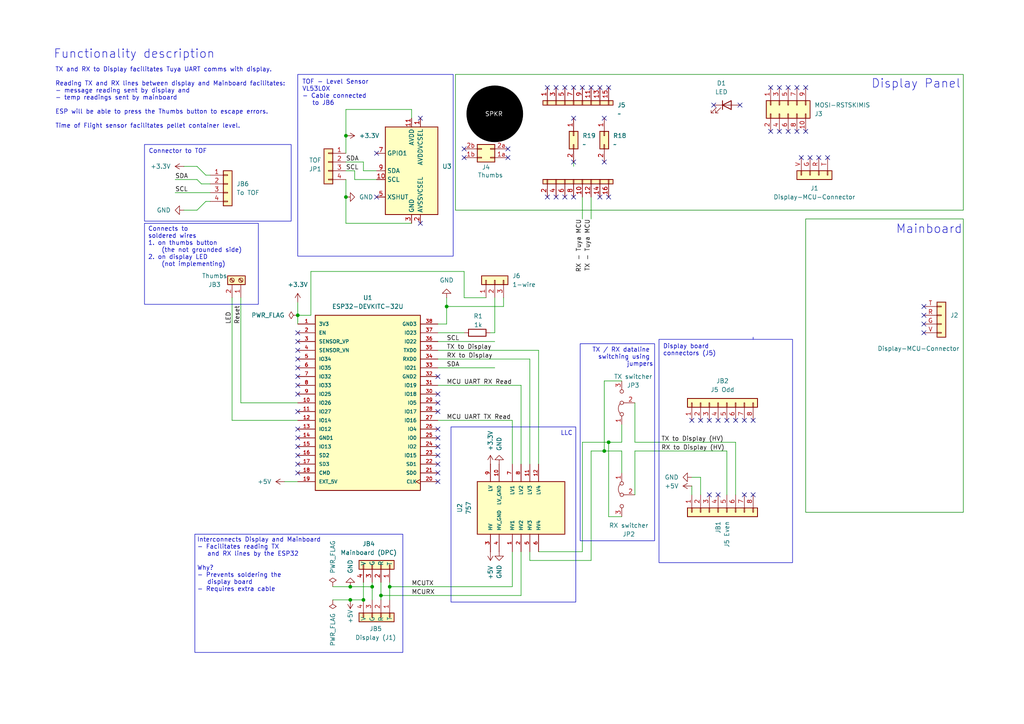
<source format=kicad_sch>
(kicad_sch (version 20231120) (generator "eeschema") (generator_version "8.0")
  (paper "A4")
  (title_block (title "ESP32 Pellet Stove board") (date "2024-09-27") (rev "v0.9") (company "PITCon.nl") (comment 1 "ESP32 PCB for pellet stove communication"))
  (lib_symbols
    (symbol "4ch-LLC:757" (pin_names (offset 1.016))
      (property "Reference" "U2" (at 0 17.78 0))
      (property "Value" "757" (at 0 15.24 0))
      (symbol "757_0_0"
        (rectangle (start -7.62 12.7) (end 7.62 -12.7) (stroke (width 0.254)) (fill (type background)))
      )
      (symbol "757_1_0"
        (pin passive line (at -12.7 2.54 0) (length 5.08) (name "HV1") (number "1"))
        (pin power_in line (at 12.7 6.35 180) (length 5.08) (name "LV_GND") (number "10"))
        (pin passive line (at 12.7 -2.54 180) (length 5.08) (name "LV3") (number "11"))
        (pin passive line (at 12.7 -5.08 180) (length 5.08) (name "LV4") (number "12"))
        (pin passive line (at -12.7 0 0) (length 5.08) (name "HV2") (number "2"))
        (pin power_in line (at -12.7 8.89 0) (length 5.08) (name "HV") (number "3"))
        (pin power_in line (at -12.7 6.35 0) (length 5.08) (name "HV_GND") (number "4"))
        (pin passive line (at -12.7 -2.54 0) (length 5.08) (name "HV3") (number "5"))
        (pin passive line (at -12.7 -5.08 0) (length 5.08) (name "HV4") (number "6"))
        (pin passive line (at 12.7 2.54 180) (length 5.08) (name "LV1") (number "7"))
        (pin passive line (at 12.7 0 180) (length 5.08) (name "LV2") (number "8"))
        (pin power_in line (at 12.7 8.89 180) (length 5.08) (name "LV") (number "9"))
      )
    )
    (symbol "Conn_01x04_1" (pin_names (offset 1.016))
      (property "Reference" "JB4" (at 6.096 -3.556 90))
      (property "Value" "Mainboard (DPC)" (at 3.556 -3.556 90))
      (symbol "Conn_01x04_1_1_1"
        (rectangle (start -1.27 -4.953) (end 0 -5.207) (stroke (width 0.1524)))
        (rectangle (start -1.27 -2.413) (end 0 -2.667) (stroke (width 0.1524)))
        (rectangle (start -1.27 0.127) (end 0 -0.127) (stroke (width 0.1524)))
        (rectangle (start -1.27 2.667) (end 0 2.413) (stroke (width 0.1524)))
        (rectangle (start -1.27 3.81) (end 1.27 -6.35) (stroke (width 0.254)) (fill (type background)))
        (pin passive line (at -5.08 2.54 0) (length 3.81) (name "T") (number "1"))
        (pin passive line (at -5.08 0 0) (length 3.81) (name "R") (number "2"))
        (pin passive line (at -5.08 -2.54 0) (length 3.81) (name "G") (number "3"))
        (pin passive line (at -5.08 -5.08 0) (length 3.81) (name "V") (number "4"))
      )
    )
    (symbol "Conn_01x04_2" (pin_names (offset 1.016))
      (property "Reference" "JB5" (at 3.302 -1.524 90))
      (property "Value" "Display (J1)" (at 5.842 -1.524 90))
      (symbol "Conn_01x04_2_1_1"
        (rectangle (start -1.27 -4.953) (end 0 -5.207) (stroke (width 0.1524)))
        (rectangle (start -1.27 -2.413) (end 0 -2.667) (stroke (width 0.1524)))
        (rectangle (start -1.27 0.127) (end 0 -0.127) (stroke (width 0.1524)))
        (rectangle (start -1.27 2.667) (end 0 2.413) (stroke (width 0.1524)))
        (rectangle (start -1.27 3.81) (end 1.27 -6.35) (stroke (width 0.254)) (fill (type background)))
        (pin passive line (at -5.08 2.54 0) (length 3.81) (name "T") (number "1"))
        (pin passive line (at -5.08 0 0) (length 3.81) (name "R") (number "2"))
        (pin passive line (at -5.08 -2.54 0) (length 3.81) (name "G") (number "3"))
        (pin passive line (at -5.08 -5.08 0) (length 3.81) (name "V") (number "4"))
      )
    )
    (symbol "Conn_01x04_3" (pin_names (offset 1.016) hide)
      (property "Reference" "J" (at 0 5.08 0))
      (property "Value" "Conn_01x04" (at 0 -7.62 0))
      (symbol "Conn_01x04_3_1_1"
        (rectangle (start -1.27 -4.953) (end 0 -5.207) (stroke (width 0.1524)))
        (rectangle (start -1.27 -2.413) (end 0 -2.667) (stroke (width 0.1524)))
        (rectangle (start -1.27 0.127) (end 0 -0.127) (stroke (width 0.1524)))
        (rectangle (start -1.27 2.667) (end 0 2.413) (stroke (width 0.1524)))
        (rectangle (start -1.27 3.81) (end 1.27 -6.35) (stroke (width 0.254)) (fill (type background)))
        (pin passive line (at -5.08 2.54 0) (length 3.81) (name "Pin_1") (number "1"))
        (pin passive line (at -5.08 0 0) (length 3.81) (name "Pin_2") (number "2"))
        (pin passive line (at -5.08 -2.54 0) (length 3.81) (name "Pin_3") (number "3"))
        (pin passive line (at -5.08 -5.08 0) (length 3.81) (name "Pin_4") (number "4"))
      )
    )
    (symbol "Connector:Screw_Terminal_01x02" (pin_names (offset 1.016) hide)
      (property "Reference" "J" (at 0 2.54 0))
      (property "Value" "Screw_Terminal_01x02" (at 0 -5.08 0))
      (symbol "Screw_Terminal_01x02_1_1"
        (rectangle (start -1.27 1.27) (end 1.27 -3.81) (stroke (width 0.254)) (fill (type background)))
        (circle (center 0 -2.54) (radius 0.635) (stroke (width 0.1524)))
        (polyline (pts (xy -0.5334 -2.2098) (xy 0.3302 -3.048)) (stroke (width 0.1524)))
        (polyline (pts (xy -0.5334 0.3302) (xy 0.3302 -0.508)) (stroke (width 0.1524)))
        (polyline (pts (xy -0.3556 -2.032) (xy 0.508 -2.8702)) (stroke (width 0.1524)))
        (polyline (pts (xy -0.3556 0.508) (xy 0.508 -0.3302)) (stroke (width 0.1524)))
        (circle (center 0 0) (radius 0.635) (stroke (width 0.1524)))
        (pin passive line (at -5.08 0 0) (length 3.81) (name "Pin_1") (number "1"))
        (pin passive line (at -5.08 -2.54 0) (length 3.81) (name "Pin_2") (number "2"))
      )
    )
    (symbol "Connector_Generic:Conn_01x03" (pin_names (offset 1.016) hide)
      (property "Reference" "J" (at 0 5.08 0))
      (property "Value" "Conn_01x03" (at 0 -5.08 0))
      (symbol "Conn_01x03_1_1"
        (rectangle (start -1.27 -2.413) (end 0 -2.667) (stroke (width 0.1524)))
        (rectangle (start -1.27 0.127) (end 0 -0.127) (stroke (width 0.1524)))
        (rectangle (start -1.27 2.667) (end 0 2.413) (stroke (width 0.1524)))
        (rectangle (start -1.27 3.81) (end 1.27 -3.81) (stroke (width 0.254)) (fill (type background)))
        (pin passive line (at -5.08 2.54 0) (length 3.81) (name "Pin_1") (number "1"))
        (pin passive line (at -5.08 0 0) (length 3.81) (name "Pin_2") (number "2"))
        (pin passive line (at -5.08 -2.54 0) (length 3.81) (name "Pin_3") (number "3"))
      )
    )
    (symbol "Connector_Generic:Conn_01x04" (pin_names (offset 1.016) hide)
      (property "Reference" "J1" (at 2.54 0.0001 0))
      (property "Value" "DisplayConnector" (at 2.54 -2.5399 0))
      (symbol "Conn_01x04_1_1"
        (rectangle (start -1.27 -4.953) (end 0 -5.207) (stroke (width 0.1524)))
        (rectangle (start -1.27 -2.413) (end 0 -2.667) (stroke (width 0.1524)))
        (rectangle (start -1.27 0.127) (end 0 -0.127) (stroke (width 0.1524)))
        (rectangle (start -1.27 2.667) (end 0 2.413) (stroke (width 0.1524)))
        (rectangle (start -1.27 3.81) (end 1.27 -6.35) (stroke (width 0.254)) (fill (type background)))
        (pin passive line (at -5.08 -2.54 0) (length 3.81) (name "Pin_3") (number "G"))
        (pin passive line (at -5.08 0 0) (length 3.81) (name "Pin_2") (number "R"))
        (pin passive line (at -5.08 2.54 0) (length 3.81) (name "Pin_1") (number "T"))
        (pin passive line (at -5.08 -5.08 0) (length 3.81) (name "Pin_4") (number "V"))
      )
    )
    (symbol "Connector_Generic:Conn_01x08" (pin_names (offset 1.016) hide)
      (property "Reference" "J" (at 0 10.16 0))
      (property "Value" "Conn_01x08" (at 0 -12.7 0))
      (symbol "Conn_01x08_1_1"
        (rectangle (start -1.27 -10.033) (end 0 -10.287) (stroke (width 0.1524)))
        (rectangle (start -1.27 -7.493) (end 0 -7.747) (stroke (width 0.1524)))
        (rectangle (start -1.27 -4.953) (end 0 -5.207) (stroke (width 0.1524)))
        (rectangle (start -1.27 -2.413) (end 0 -2.667) (stroke (width 0.1524)))
        (rectangle (start -1.27 0.127) (end 0 -0.127) (stroke (width 0.1524)))
        (rectangle (start -1.27 2.667) (end 0 2.413) (stroke (width 0.1524)))
        (rectangle (start -1.27 5.207) (end 0 4.953) (stroke (width 0.1524)))
        (rectangle (start -1.27 7.747) (end 0 7.493) (stroke (width 0.1524)))
        (rectangle (start -1.27 8.89) (end 1.27 -11.43) (stroke (width 0.254)) (fill (type background)))
        (pin passive line (at -5.08 7.62 0) (length 3.81) (name "Pin_1") (number "1"))
        (pin passive line (at -5.08 5.08 0) (length 3.81) (name "Pin_2") (number "2"))
        (pin passive line (at -5.08 2.54 0) (length 3.81) (name "Pin_3") (number "3"))
        (pin passive line (at -5.08 0 0) (length 3.81) (name "Pin_4") (number "4"))
        (pin passive line (at -5.08 -2.54 0) (length 3.81) (name "Pin_5") (number "5"))
        (pin passive line (at -5.08 -5.08 0) (length 3.81) (name "Pin_6") (number "6"))
        (pin passive line (at -5.08 -7.62 0) (length 3.81) (name "Pin_7") (number "7"))
        (pin passive line (at -5.08 -10.16 0) (length 3.81) (name "Pin_8") (number "8"))
      )
    )
    (symbol "Connector_Generic:Conn_02x01" (pin_names (offset 1.016) hide)
      (property "Reference" "J" (at 1.27 2.54 0))
      (property "Value" "Conn_02x01" (at 1.27 -2.54 0))
      (symbol "Conn_02x01_1_1"
        (rectangle (start -1.27 0.127) (end 0 -0.127) (stroke (width 0.1524)))
        (rectangle (start -1.27 1.27) (end 3.81 -1.27) (stroke (width 0.254)) (fill (type background)))
        (rectangle (start 3.81 0.127) (end 2.54 -0.127) (stroke (width 0.1524)))
        (pin passive line (at -5.08 0 0) (length 3.81) (name "Pin_1") (number "1"))
        (pin passive line (at 7.62 0 180) (length 3.81) (name "Pin_2") (number "2"))
      )
    )
    (symbol "Connector_Generic:Conn_02x02_Row_Letter_Last" (pin_names (offset 1.016) hide)
      (property "Reference" "J" (at 1.27 2.54 0))
      (property "Value" "Conn_02x02_Row_Letter_Last" (at 1.27 -5.08 0))
      (symbol "Conn_02x02_Row_Letter_Last_1_1"
        (rectangle (start -1.27 -2.413) (end 0 -2.667) (stroke (width 0.1524)))
        (rectangle (start -1.27 0.127) (end 0 -0.127) (stroke (width 0.1524)))
        (rectangle (start -1.27 1.27) (end 3.81 -3.81) (stroke (width 0.254)) (fill (type background)))
        (rectangle (start 3.81 -2.413) (end 2.54 -2.667) (stroke (width 0.1524)))
        (rectangle (start 3.81 0.127) (end 2.54 -0.127) (stroke (width 0.1524)))
        (pin passive line (at -5.08 0 0) (length 3.81) (name "Pin_1a") (number "1a"))
        (pin passive line (at 7.62 0 180) (length 3.81) (name "Pin_1b") (number "1b"))
        (pin passive line (at -5.08 -2.54 0) (length 3.81) (name "Pin_2a") (number "2a"))
        (pin passive line (at 7.62 -2.54 180) (length 3.81) (name "Pin_2b") (number "2b"))
      )
    )
    (symbol "Connector_Generic:Conn_02x05_Odd_Even" (pin_names (offset 1.016) hide)
      (property "Reference" "J" (at 1.27 7.62 0))
      (property "Value" "Conn_02x05_Odd_Even" (at 1.27 -7.62 0))
      (symbol "Conn_02x05_Odd_Even_1_1"
        (rectangle (start -1.27 -4.953) (end 0 -5.207) (stroke (width 0.1524)))
        (rectangle (start -1.27 -2.413) (end 0 -2.667) (stroke (width 0.1524)))
        (rectangle (start -1.27 0.127) (end 0 -0.127) (stroke (width 0.1524)))
        (rectangle (start -1.27 2.667) (end 0 2.413) (stroke (width 0.1524)))
        (rectangle (start -1.27 5.207) (end 0 4.953) (stroke (width 0.1524)))
        (rectangle (start -1.27 6.35) (end 3.81 -6.35) (stroke (width 0.254)) (fill (type background)))
        (rectangle (start 3.81 -4.953) (end 2.54 -5.207) (stroke (width 0.1524)))
        (rectangle (start 3.81 -2.413) (end 2.54 -2.667) (stroke (width 0.1524)))
        (rectangle (start 3.81 0.127) (end 2.54 -0.127) (stroke (width 0.1524)))
        (rectangle (start 3.81 2.667) (end 2.54 2.413) (stroke (width 0.1524)))
        (rectangle (start 3.81 5.207) (end 2.54 4.953) (stroke (width 0.1524)))
        (pin passive line (at -5.08 5.08 0) (length 3.81) (name "Pin_1") (number "1"))
        (pin passive line (at 7.62 -5.08 180) (length 3.81) (name "Pin_10") (number "10"))
        (pin passive line (at 7.62 5.08 180) (length 3.81) (name "Pin_2") (number "2"))
        (pin passive line (at -5.08 2.54 0) (length 3.81) (name "Pin_3") (number "3"))
        (pin passive line (at 7.62 2.54 180) (length 3.81) (name "Pin_4") (number "4"))
        (pin passive line (at -5.08 0 0) (length 3.81) (name "Pin_5") (number "5"))
        (pin passive line (at 7.62 0 180) (length 3.81) (name "Pin_6") (number "6"))
        (pin passive line (at -5.08 -2.54 0) (length 3.81) (name "Pin_7") (number "7"))
        (pin passive line (at 7.62 -2.54 180) (length 3.81) (name "Pin_8") (number "8"))
        (pin passive line (at -5.08 -5.08 0) (length 3.81) (name "Pin_9") (number "9"))
      )
    )
    (symbol "Connector_Generic:Conn_02x08_Odd_Even" (pin_names (offset 1.016) hide)
      (property "Reference" "J5" (at -0.0001 -12.7 90))
      (property "Value" "Wireless-Headers" (at 2.5399 -12.7 90))
      (symbol "Conn_02x08_Odd_Even_1_1"
        (rectangle (start -1.27 -10.033) (end 0 -10.287) (stroke (width 0.1524)))
        (rectangle (start -1.27 -7.493) (end 0 -7.747) (stroke (width 0.1524)))
        (rectangle (start -1.27 -4.953) (end 0 -5.207) (stroke (width 0.1524)))
        (rectangle (start -1.27 -2.413) (end 0 -2.667) (stroke (width 0.1524)))
        (rectangle (start -1.27 0.127) (end 0 -0.127) (stroke (width 0.1524)))
        (rectangle (start -1.27 2.667) (end 0 2.413) (stroke (width 0.1524)))
        (rectangle (start -1.27 5.207) (end 0 4.953) (stroke (width 0.1524)))
        (rectangle (start -1.27 7.747) (end 0 7.493) (stroke (width 0.1524)))
        (rectangle (start -1.27 8.89) (end 0 -11.43) (stroke (width 0.254)) (fill (type background)))
        (rectangle (start 21.59 8.89) (end 22.86 -11.43) (stroke (width 0.254)) (fill (type background)))
        (rectangle (start 22.86 -10.033) (end 21.59 -10.287) (stroke (width 0.1524)))
        (rectangle (start 22.86 -7.493) (end 21.59 -7.747) (stroke (width 0.1524)))
        (rectangle (start 22.86 -4.953) (end 21.59 -5.207) (stroke (width 0.1524)))
        (rectangle (start 22.86 -2.413) (end 21.59 -2.667) (stroke (width 0.1524)))
        (rectangle (start 22.86 0.127) (end 21.59 -0.127) (stroke (width 0.1524)))
        (rectangle (start 22.86 2.667) (end 21.59 2.413) (stroke (width 0.1524)))
        (rectangle (start 22.86 5.207) (end 21.59 4.953) (stroke (width 0.1524)))
        (rectangle (start 22.86 7.747) (end 21.59 7.493) (stroke (width 0.1524)))
        (pin passive line (at -5.08 7.62 0) (length 3.81) (name "Pin_1") (number "1"))
        (pin passive line (at 26.67 -2.54 180) (length 3.81) (name "Pin_10") (number "10"))
        (pin passive line (at -5.08 -5.08 0) (length 3.81) (name "Pin_11") (number "11"))
        (pin passive line (at 26.67 -5.08 180) (length 3.81) (name "Pin_12") (number "12"))
        (pin passive line (at -5.08 -7.62 0) (length 3.81) (name "Pin_13") (number "13"))
        (pin passive line (at 26.67 -7.62 180) (length 3.81) (name "Pin_14") (number "14"))
        (pin passive line (at -5.08 -10.16 0) (length 3.81) (name "Pin_15") (number "15"))
        (pin passive line (at 26.67 -10.16 180) (length 3.81) (name "Pin_16") (number "16"))
        (pin passive line (at 26.67 7.62 180) (length 3.81) (name "Pin_2") (number "2"))
        (pin passive line (at -5.08 5.08 0) (length 3.81) (name "Pin_3") (number "3"))
        (pin passive line (at 26.67 5.08 180) (length 3.81) (name "Pin_4") (number "4"))
        (pin passive line (at -5.08 2.54 0) (length 3.81) (name "Pin_5") (number "5"))
        (pin passive line (at 26.67 2.54 180) (length 3.81) (name "Pin_6") (number "6"))
        (pin passive line (at -5.08 0 0) (length 3.81) (name "Pin_7") (number "7"))
        (pin passive line (at 26.67 0 180) (length 3.81) (name "Pin_8") (number "8"))
        (pin passive line (at -5.08 -2.54 0) (length 3.81) (name "Pin_9") (number "9"))
      )
    )
    (symbol "Device:LED" (pin_numbers hide) (pin_names (offset 1.016) hide)
      (property "Reference" "D" (at 0 2.54 0))
      (property "Value" "LED" (at 0 -2.54 0))
      (symbol "LED_0_1"
        (polyline (pts (xy -1.27 -1.27) (xy -1.27 1.27)) (stroke (width 0.254)))
        (polyline (pts (xy -1.27 0) (xy 1.27 0)))
        (polyline (pts (xy 1.27 -1.27) (xy 1.27 1.27) (xy -1.27 0) (xy 1.27 -1.27)) (stroke (width 0.254)))
        (polyline (pts (xy -3.048 -0.762) (xy -4.572 -2.286) (xy -3.81 -2.286) (xy -4.572 -2.286) (xy -4.572 -1.524)))
        (polyline (pts (xy -1.778 -0.762) (xy -3.302 -2.286) (xy -2.54 -2.286) (xy -3.302 -2.286) (xy -3.302 -1.524)))
      )
      (symbol "LED_1_1"
        (pin passive line (at -3.81 0 0) (length 2.54) (name "K") (number "1"))
        (pin passive line (at 3.81 0 180) (length 2.54) (name "A") (number "2"))
      )
    )
    (symbol "Device:R" (pin_numbers hide) (pin_names (offset 0))
      (property "Reference" "R" (at 2.032 0 90))
      (property "Value" "R" (at 0 0 90))
      (symbol "R_0_1"
        (rectangle (start -1.016 -2.54) (end 1.016 2.54) (stroke (width 0.254)))
      )
      (symbol "R_1_1"
        (pin passive line (at 0 3.81 270) (length 1.27) (name "~") (number "1"))
        (pin passive line (at 0 -3.81 90) (length 1.27) (name "~") (number "2"))
      )
    )
    (symbol "ESP32-DEVKITC-32U:ESP32-DEVKITC-32U" (pin_names (offset 1.016))
      (property "Reference" "U" (at -15.2572 26.0643 0))
      (property "Value" "ESP32-DEVKITC-32U" (at -15.2563 -27.9698 0))
      (symbol "ESP32-DEVKITC-32U_0_0"
        (rectangle (start -15.24 -25.4) (end 15.24 25.4) (stroke (width 0.254)) (fill (type background)))
        (pin power_in line (at -20.32 22.86 0) (length 5.08) (name "3V3") (number "1"))
        (pin bidirectional line (at -20.32 0 0) (length 5.08) (name "IO26") (number "10"))
        (pin bidirectional line (at -20.32 -2.54 0) (length 5.08) (name "IO27") (number "11"))
        (pin bidirectional line (at -20.32 -5.08 0) (length 5.08) (name "IO14") (number "12"))
        (pin bidirectional line (at -20.32 -7.62 0) (length 5.08) (name "IO12") (number "13"))
        (pin power_in line (at -20.32 -10.16 0) (length 5.08) (name "GND1") (number "14"))
        (pin bidirectional line (at -20.32 -12.7 0) (length 5.08) (name "IO13") (number "15"))
        (pin bidirectional line (at -20.32 -15.24 0) (length 5.08) (name "SD2") (number "16"))
        (pin bidirectional line (at -20.32 -17.78 0) (length 5.08) (name "SD3") (number "17"))
        (pin bidirectional line (at -20.32 -20.32 0) (length 5.08) (name "CMD") (number "18"))
        (pin power_in line (at -20.32 -22.86 0) (length 5.08) (name "EXT_5V") (number "19"))
        (pin input line (at -20.32 20.32 0) (length 5.08) (name "EN") (number "2"))
        (pin input clock (at 20.32 -22.86 180) (length 5.08) (name "CLK") (number "20"))
        (pin bidirectional line (at 20.32 -20.32 180) (length 5.08) (name "SD0") (number "21"))
        (pin bidirectional line (at 20.32 -17.78 180) (length 5.08) (name "SD1") (number "22"))
        (pin bidirectional line (at 20.32 -15.24 180) (length 5.08) (name "IO15") (number "23"))
        (pin bidirectional line (at 20.32 -12.7 180) (length 5.08) (name "IO2") (number "24"))
        (pin bidirectional line (at 20.32 -10.16 180) (length 5.08) (name "IO0") (number "25"))
        (pin bidirectional line (at 20.32 -7.62 180) (length 5.08) (name "IO4") (number "26"))
        (pin bidirectional line (at 20.32 -5.08 180) (length 5.08) (name "IO16") (number "27"))
        (pin bidirectional line (at 20.32 -2.54 180) (length 5.08) (name "IO17") (number "28"))
        (pin bidirectional line (at 20.32 0 180) (length 5.08) (name "IO5") (number "29"))
        (pin input line (at -20.32 17.78 0) (length 5.08) (name "SENSOR_VP") (number "3"))
        (pin bidirectional line (at 20.32 2.54 180) (length 5.08) (name "IO18") (number "30"))
        (pin bidirectional line (at 20.32 5.08 180) (length 5.08) (name "IO19") (number "31"))
        (pin power_in line (at 20.32 7.62 180) (length 5.08) (name "GND2") (number "32"))
        (pin bidirectional line (at 20.32 10.16 180) (length 5.08) (name "IO21") (number "33"))
        (pin input line (at 20.32 12.7 180) (length 5.08) (name "RXD0") (number "34"))
        (pin output line (at 20.32 15.24 180) (length 5.08) (name "TXD0") (number "35"))
        (pin bidirectional line (at 20.32 17.78 180) (length 5.08) (name "IO22") (number "36"))
        (pin bidirectional line (at 20.32 20.32 180) (length 5.08) (name "IO23") (number "37"))
        (pin power_in line (at 20.32 22.86 180) (length 5.08) (name "GND3") (number "38"))
        (pin input line (at -20.32 15.24 0) (length 5.08) (name "SENSOR_VN") (number "4"))
        (pin bidirectional line (at -20.32 12.7 0) (length 5.08) (name "IO34") (number "5"))
        (pin bidirectional line (at -20.32 10.16 0) (length 5.08) (name "IO35") (number "6"))
        (pin bidirectional line (at -20.32 7.62 0) (length 5.08) (name "IO32") (number "7"))
        (pin bidirectional line (at -20.32 5.08 0) (length 5.08) (name "IO33") (number "8"))
        (pin bidirectional line (at -20.32 2.54 0) (length 5.08) (name "IO25") (number "9"))
      )
    )
    (symbol "Jumper:Jumper_3_Bridged12" (pin_names (offset 0) hide) (exclude_from_sim yes) (in_bom no)
      (property "Reference" "JP" (at -2.54 -2.54 0))
      (property "Value" "Jumper_3_Bridged12" (at 0 2.794 0))
      (symbol "Jumper_3_Bridged12_0_0"
        (circle (center -3.302 0) (radius 0.508))
        (circle (center 0 0) (radius 0.508))
        (circle (center 3.302 0) (radius 0.508))
      )
      (symbol "Jumper_3_Bridged12_0_1"
        (arc (start -0.254 0.508) (mid -1.651 0.9912) (end -3.048 0.508))
        (polyline (pts (xy 0 -1.27) (xy 0 -0.508)))
      )
      (symbol "Jumper_3_Bridged12_1_1"
        (pin passive line (at -6.35 0 0) (length 2.54) (name "A") (number "1"))
        (pin passive line (at 0 -3.81 90) (length 2.54) (name "C") (number "2"))
        (pin passive line (at 6.35 0 180) (length 2.54) (name "B") (number "3"))
      )
    )
    (symbol "Sensor_Distance:VL53L0CXV0DH1"
      (property "Reference" "U" (at -6.35 13.97 0))
      (property "Value" "VL53L0CXV0DH1" (at 12.065 13.97 0))
      (symbol "VL53L0CXV0DH1_0_1"
        (rectangle (start -7.62 12.7) (end 7.62 -12.7) (stroke (width 0.254)) (fill (type background)))
      )
      (symbol "VL53L0CXV0DH1_1_1"
        (pin power_in line (at 2.54 15.24 270) (length 2.54) (name "AVDDVCSEL") (number "1"))
        (pin input line (at -10.16 -2.54 0) (length 2.54) (name "SCL") (number "10"))
        (pin power_in line (at 0 15.24 270) (length 2.54) (name "AVDD") (number "11"))
        (pin passive line (at 0 -15.24 90) (length 2.54) hide (name "GND") (number "12"))
        (pin power_in line (at 2.54 -15.24 90) (length 2.54) (name "AVSSVCSEL") (number "2"))
        (pin power_in line (at 0 -15.24 90) (length 2.54) (name "GND") (number "3"))
        (pin passive line (at 0 -15.24 90) (length 2.54) hide (name "GND") (number "4"))
        (pin input line (at -10.16 -7.62 0) (length 2.54) (name "XSHUT") (number "5"))
        (pin passive line (at 0 -15.24 90) (length 2.54) hide (name "GND") (number "6"))
        (pin open_collector line (at -10.16 5.08 0) (length 2.54) (name "GPIO1") (number "7"))
        (pin no_connect line (at -7.62 7.62 0) (length 2.54) hide (name "DNC") (number "8"))
        (pin bidirectional line (at -10.16 0 0) (length 2.54) (name "SDA") (number "9"))
      )
    )
    (symbol "power:+3.3V" (power) (pin_numbers hide) (pin_names (offset 0) hide)
      (property "Value" "+3.3V" (at 0 3.556 0))
      (symbol "+3.3V_0_1"
        (polyline (pts (xy -0.762 1.27) (xy 0 2.54)))
        (polyline (pts (xy 0 0) (xy 0 2.54)))
        (polyline (pts (xy 0 2.54) (xy 0.762 1.27)))
      )
      (symbol "+3.3V_1_1"
        (pin power_in line (at 0 0 90) (length 0) (name "~") (number "1"))
      )
    )
    (symbol "power:+5V" (power) (pin_numbers hide) (pin_names (offset 0) hide)
      (property "Value" "+5V" (at 0 3.556 0))
      (symbol "+5V_0_1"
        (polyline (pts (xy -0.762 1.27) (xy 0 2.54)))
        (polyline (pts (xy 0 0) (xy 0 2.54)))
        (polyline (pts (xy 0 2.54) (xy 0.762 1.27)))
      )
      (symbol "+5V_1_1"
        (pin power_in line (at 0 0 90) (length 0) (name "~") (number "1"))
      )
    )
    (symbol "power:GND" (power) (pin_numbers hide) (pin_names (offset 0) hide)
      (property "Value" "GND" (at 0 -3.81 0))
      (symbol "GND_0_1"
        (polyline (pts (xy 0 0) (xy 0 -1.27) (xy 1.27 -1.27) (xy 0 -2.54) (xy -1.27 -1.27) (xy 0 -1.27)))
      )
      (symbol "GND_1_1"
        (pin power_in line (at 0 0 270) (length 0) (name "~") (number "1"))
      )
    )
    (symbol "power:PWR_FLAG" (power) (pin_numbers hide) (pin_names (offset 0) hide)
      (property "Value" "PWR_FLAG" (at 0 3.81 0))
      (symbol "PWR_FLAG_0_0"
        (pin power_out line (at 0 0 90) (length 0) (name "~") (number "1"))
      )
      (symbol "PWR_FLAG_0_1"
        (polyline (pts (xy 0 0) (xy 0 1.27) (xy -1.016 1.905) (xy 0 2.54) (xy 1.016 1.905) (xy 0 1.27)))
      )
    )
  )
  (junction (at 101.6 173.99))
  (junction (at 113.03 170.18))
  (junction (at 175.26 130.81))
  (junction (at 100.33 57.15))
  (junction (at 129.54 88.9))
  (junction (at 110.49 172.72))
  (junction (at 100.33 39.37))
  (junction (at 107.95 170.18))
  (junction (at 105.41 173.99))
  (junction (at 86.36 91.44))
  (junction (at 176.53 128.27))
  (junction (at 101.6 170.18))
  (no_connect (at 158.75 57.15))
  (no_connect (at 171.45 25.4))
  (no_connect (at 163.83 25.4))
  (no_connect (at 86.36 101.6))
  (no_connect (at 214.63 30.48))
  (no_connect (at 127 129.54))
  (no_connect (at 267.97 96.52))
  (no_connect (at 175.26 46.99))
  (no_connect (at 86.36 124.46))
  (no_connect (at 121.92 34.29))
  (no_connect (at 208.28 121.92))
  (no_connect (at 215.9 143.51))
  (no_connect (at 228.6 25.4))
  (no_connect (at 234.95 45.72))
  (no_connect (at 205.74 121.92))
  (no_connect (at 176.53 57.15))
  (no_connect (at 226.06 25.4))
  (no_connect (at 127 139.7))
  (no_connect (at 231.14 25.4))
  (no_connect (at 127 119.38))
  (no_connect (at 228.6 38.1))
  (no_connect (at 267.97 93.98))
  (no_connect (at 127 137.16))
  (no_connect (at 176.53 25.4))
  (no_connect (at 86.36 106.68))
  (no_connect (at 134.62 45.72))
  (no_connect (at 267.97 88.9))
  (no_connect (at 86.36 96.52))
  (no_connect (at 208.28 143.51))
  (no_connect (at 233.68 38.1))
  (no_connect (at 200.66 121.92))
  (no_connect (at 147.32 43.18))
  (no_connect (at 147.32 45.72))
  (no_connect (at 163.83 57.15))
  (no_connect (at 173.99 57.15))
  (no_connect (at 175.26 34.29))
  (no_connect (at 158.75 25.4))
  (no_connect (at 121.92 64.77))
  (no_connect (at 240.03 45.72))
  (no_connect (at 127 134.62))
  (no_connect (at 218.44 121.92))
  (no_connect (at 166.37 57.15))
  (no_connect (at 86.36 99.06))
  (no_connect (at 223.52 25.4))
  (no_connect (at 86.36 104.14))
  (no_connect (at 232.41 45.72))
  (no_connect (at 86.36 111.76))
  (no_connect (at 127 124.46))
  (no_connect (at 127 127))
  (no_connect (at 210.82 121.92))
  (no_connect (at 161.29 57.15))
  (no_connect (at 127 132.08))
  (no_connect (at 166.37 46.99))
  (no_connect (at 218.44 143.51))
  (no_connect (at 231.14 38.1))
  (no_connect (at 134.62 43.18))
  (no_connect (at 86.36 119.38))
  (no_connect (at 207.01 30.48))
  (no_connect (at 267.97 91.44))
  (no_connect (at 168.91 25.4))
  (no_connect (at 127 116.84))
  (no_connect (at 86.36 129.54))
  (no_connect (at 86.36 109.22))
  (no_connect (at 233.68 25.4))
  (no_connect (at 86.36 137.16))
  (no_connect (at 86.36 127))
  (no_connect (at 86.36 134.62))
  (no_connect (at 205.74 143.51))
  (no_connect (at 173.99 25.4))
  (no_connect (at 213.36 121.92))
  (no_connect (at 166.37 34.29))
  (no_connect (at 86.36 132.08))
  (no_connect (at 127 109.22))
  (no_connect (at 237.49 45.72))
  (no_connect (at 223.52 38.1))
  (no_connect (at 166.37 25.4))
  (no_connect (at 86.36 114.3))
  (no_connect (at 127 114.3))
  (no_connect (at 109.22 44.45))
  (no_connect (at 203.2 121.92))
  (no_connect (at 226.06 38.1))
  (no_connect (at 109.22 57.15))
  (no_connect (at 161.29 25.4))
  (no_connect (at 215.9 121.92))
  (wire (pts (xy 86.36 91.44) (xy 86.36 93.98)))
  (wire (pts (xy 127 111.76) (xy 151.13 111.76)))
  (wire (pts (xy 100.33 57.15) (xy 100.33 52.07)))
  (wire (pts (xy 127 99.06) (xy 143.51 99.06)))
  (wire (pts (xy 166.37 46.99) (xy 166.37 48.26)))
  (wire (pts (xy 134.62 78.74) (xy 90.17 78.74)))
  (wire (pts (xy 203.2 138.43) (xy 203.2 143.51)))
  (polyline (pts (xy 218.44 98.425) (xy 218.44 97.79)))
  (wire (pts (xy 171.45 57.15) (xy 171.45 63.5)))
  (wire (pts (xy 140.97 86.36) (xy 134.62 86.36)))
  (wire (pts (xy 146.05 86.36) (xy 146.05 88.9)))
  (wire (pts (xy 176.53 149.86) (xy 176.53 128.27)))
  (wire (pts (xy 69.85 116.84) (xy 86.36 116.84)))
  (wire (pts (xy 100.33 49.53) (xy 102.87 49.53)))
  (wire (pts (xy 134.62 86.36) (xy 134.62 78.74)))
  (wire (pts (xy 168.91 128.27) (xy 168.91 160.02)))
  (wire (pts (xy 151.13 111.76) (xy 151.13 134.62)))
  (wire (pts (xy 50.8 55.88) (xy 60.96 55.88)))
  (wire (pts (xy 101.6 170.18) (xy 96.52 170.18)))
  (wire (pts (xy 107.95 170.18) (xy 101.6 170.18)))
  (wire (pts (xy 180.34 130.81) (xy 175.26 130.81)))
  (wire (pts (xy 67.31 121.92) (xy 67.31 86.36)))
  (wire (pts (xy 146.05 88.9) (xy 129.54 88.9)))
  (wire (pts (xy 59.69 58.42) (xy 57.15 60.96)))
  (wire (pts (xy 129.54 86.36) (xy 129.54 88.9)))
  (wire (pts (xy 176.53 128.27) (xy 180.34 128.27)))
  (wire (pts (xy 143.51 86.36) (xy 143.51 96.52)))
  (wire (pts (xy 148.59 121.92) (xy 148.59 134.62)))
  (wire (pts (xy 151.13 172.72) (xy 151.13 160.02)))
  (wire (pts (xy 113.03 170.18) (xy 113.03 173.99)))
  (wire (pts (xy 171.45 130.81) (xy 171.45 162.56)))
  (wire (pts (xy 107.95 170.18) (xy 107.95 168.91)))
  (wire (pts (xy 60.96 58.42) (xy 59.69 58.42)))
  (wire (pts (xy 60.96 50.8) (xy 59.69 50.8)))
  (wire (pts (xy 175.26 130.81) (xy 171.45 130.81)))
  (wire (pts (xy 210.82 130.81) (xy 210.82 143.51)))
  (wire (pts (xy 90.17 91.44) (xy 86.36 91.44)))
  (wire (pts (xy 153.67 104.14) (xy 153.67 134.62)))
  (wire (pts (xy 175.26 110.49) (xy 175.26 130.81)))
  (wire (pts (xy 90.17 78.74) (xy 90.17 91.44)))
  (wire (pts (xy 129.54 88.9) (xy 129.54 93.98)))
  (wire (pts (xy 210.82 130.81) (xy 184.15 130.81)))
  (wire (pts (xy 105.41 173.99) (xy 105.41 168.91)))
  (wire (pts (xy 96.52 173.99) (xy 101.6 173.99)))
  (wire (pts (xy 110.49 172.72) (xy 151.13 172.72)))
  (wire (pts (xy 175.26 110.49) (xy 180.34 110.49)))
  (wire (pts (xy 67.31 121.92) (xy 86.36 121.92)))
  (wire (pts (xy 105.41 46.99) (xy 105.41 49.53)))
  (wire (pts (xy 110.49 172.72) (xy 110.49 173.99)))
  (wire (pts (xy 168.91 57.15) (xy 168.91 63.5)))
  (wire (pts (xy 200.66 138.43) (xy 203.2 138.43)))
  (wire (pts (xy 102.87 49.53) (xy 102.87 52.07)))
  (wire (pts (xy 213.36 128.27) (xy 213.36 143.51)))
  (wire (pts (xy 184.15 128.27) (xy 213.36 128.27)))
  (wire (pts (xy 200.66 140.97) (xy 200.66 143.51)))
  (wire (pts (xy 134.62 96.52) (xy 127 96.52)))
  (wire (pts (xy 127 106.68) (xy 143.51 106.68)))
  (wire (pts (xy 86.36 87.63) (xy 86.36 91.44)))
  (wire (pts (xy 105.41 49.53) (xy 109.22 49.53)))
  (wire (pts (xy 82.55 139.7) (xy 86.36 139.7)))
  (wire (pts (xy 168.91 128.27) (xy 176.53 128.27)))
  (wire (pts (xy 156.21 101.6) (xy 156.21 134.62)))
  (wire (pts (xy 153.67 162.56) (xy 171.45 162.56)))
  (wire (pts (xy 180.34 130.81) (xy 180.34 137.16)))
  (wire (pts (xy 100.33 31.75) (xy 100.33 39.37)))
  (wire (pts (xy 53.34 48.26) (xy 57.15 48.26)))
  (wire (pts (xy 100.33 39.37) (xy 100.33 44.45)))
  (wire (pts (xy 59.69 50.8) (xy 57.15 48.26)))
  (wire (pts (xy 105.41 173.99) (xy 101.6 173.99)))
  (wire (pts (xy 100.33 46.99) (xy 105.41 46.99)))
  (wire (pts (xy 127 101.6) (xy 156.21 101.6)))
  (wire (pts (xy 156.21 160.02) (xy 168.91 160.02)))
  (wire (pts (xy 113.03 170.18) (xy 148.59 170.18)))
  (wire (pts (xy 102.87 52.07) (xy 109.22 52.07)))
  (wire (pts (xy 100.33 64.77) (xy 100.33 57.15)))
  (wire (pts (xy 148.59 170.18) (xy 148.59 160.02)))
  (wire (pts (xy 69.85 86.36) (xy 69.85 116.84)))
  (wire (pts (xy 119.38 64.77) (xy 100.33 64.77)))
  (wire (pts (xy 60.96 53.34) (xy 58.42 53.34)))
  (wire (pts (xy 142.24 96.52) (xy 143.51 96.52)))
  (wire (pts (xy 113.03 168.91) (xy 113.03 170.18)))
  (wire (pts (xy 184.15 143.51) (xy 184.15 130.81)))
  (wire (pts (xy 53.34 60.96) (xy 57.15 60.96)))
  (wire (pts (xy 153.67 162.56) (xy 153.67 160.02)))
  (wire (pts (xy 184.15 116.84) (xy 184.15 128.27)))
  (wire (pts (xy 129.54 93.98) (xy 127 93.98)))
  (wire (pts (xy 58.42 53.34) (xy 57.15 52.07)))
  (wire (pts (xy 180.34 123.19) (xy 180.34 128.27)))
  (wire (pts (xy 50.8 52.07) (xy 57.15 52.07)))
  (wire (pts (xy 119.38 34.29) (xy 119.38 31.75)))
  (wire (pts (xy 180.34 149.86) (xy 176.53 149.86)))
  (wire (pts (xy 107.95 173.99) (xy 107.95 170.18)))
  (wire (pts (xy 110.49 168.91) (xy 110.49 172.72)))
  (wire (pts (xy 127 104.14) (xy 153.67 104.14)))
  (wire (pts (xy 127 121.92) (xy 148.59 121.92)))
  (wire (pts (xy 100.33 31.75) (xy 119.38 31.75)))
  (rectangle (start 191.135 98.425) (end 229.87 163.195))
  (rectangle (start 132.08 21.59) (end 279.4 60.96) (stroke (width 0) (color 0 132 0 1)))
  (rectangle (start 41.91 64.77) (end 74.93 88.265))
  (rectangle (start 41.91 41.91) (end 84.455 64.135))
  (rectangle (start 233.68 63.5) (end 279.4 148.59) (stroke (width 0) (color 0 132 0 1)))
  (rectangle (start 168.275 99.695) (end 189.865 156.845))
  (rectangle (start 130.81 123.825) (end 167.005 174.625))
  (rectangle (start 86.36 21.59) (end 131.445 74.295))
  (circle (center 143.51 33.02) (radius 8.132) (stroke (width 0) (color 0 0 0 1)) (fill (type color) (color 0 0 0 1)))
  (rectangle (start 56.515 154.94) (end 116.84 189.23))
  (text "Display Panel" (at 265.684 24.384 0) (effects (font (size 2.5 2.5))))
  (text "SPKR" (at 143.256 33.274 0) (effects (font (size 1.27 1.27))))
  (text "Connects to\nsoldered wires\n1. on thumbs button\n    (the not grounded side)\n2. on display LED\n    (not implementing)" (at 42.926 71.628 0) (effects (font (size 1.27 1.27)) (justify left)))
  (text "TX / RX dataline \nswitching using \njumpers" (at 189.484 103.632 0) (effects (font (size 1.27 1.27)) (justify right)))
  (text "Functionality description" (at 15.494 15.748 0) (effects (font (size 2.5 2.5)) (justify left)))
  (text "TX and RX to Display facilitates Tuya UART comms with display.\n\nReading TX and RX lines between display and Mainboard facilitates:\n- message reading sent by display and \n- temp readings sent by mainboard \n\nESP will be able to press the Thumbs button to escape errors.\n\nTime of Flight sensor facilitates pellet container level." (at 16.002 28.448 0) (effects (font (size 1.27 1.27)) (justify left)))
  (text "Display board\nconnectors (J5)" (at 192.278 101.6 0) (effects (font (size 1.27 1.27)) (justify left)))
  (text "LLC" (at 164.338 125.73 0) (effects (font (size 1.27 1.27))))
  (text "Interconnects Display and Mainboard\n- Facilitates reading TX \n   and RX lines by the ESP32\n\nWhy?\n- Prevents soldering the \n   display board\n- Requires extra cable" (at 57.15 163.83 0) (effects (font (size 1.27 1.27)) (justify left)))
  (text "Connector to TOF" (at 51.562 43.942 0) (effects (font (size 1.27 1.27))))
  (text "Mainboard" (at 269.494 66.548 0) (effects (font (size 2.5 2.5))))
  (text "TOF - Level Sensor\nVL53L0X\n- Cable connected\n   to JB6" (at 87.63 26.924 0) (effects (font (size 1.27 1.27)) (justify left)))
  (label "MCU UART RX Read" (at 129.54 111.76 0))
  (label "SDA" (at 50.8 52.07 0))
  (label "RX to Display (HV)" (at 191.77 130.81 0))
  (label "RX - Tuya MCU" (at 168.91 63.5 270))
  (label "TX - Tuya MCU" (at 171.45 63.5 270))
  (label "MCURX" (at 119.38 172.72 0))
  (label "RX to Display" (at 129.54 104.14 0))
  (label "LED" (at 67.31 93.98 90))
  (label "MCU UART TX Read" (at 129.54 121.92 0))
  (label "SCL" (at 129.54 99.06 0))
  (label "Reset" (at 69.85 93.98 90))
  (label "SDA" (at 100.33 46.99 0))
  (label "SDA" (at 129.54 106.68 0))
  (label "SCL" (at 100.33 49.53 0))
  (label "TX to Display (HV)" (at 191.77 128.27 0))
  (label "TX to Display" (at 129.54 101.6 0))
  (label "MCUTX" (at 119.38 170.18 0))
  (label "SCL" (at 50.8 55.88 0))
  (symbol (lib_id "power:+3.3V") (at 100.33 39.37 270) (unit 1)
    (property "Reference" "#PWR04" (effects (hide yes)))
    (property "Value" "+3.3V" (at 104.14 39.3699 90) (effects (justify left)))
    (property "Description" "Power symbol creates a global label with name \"+3.3V\"" (effects (hide yes)))
  )
  (symbol (lib_id "ESP32-DEVKITC-32U:ESP32-DEVKITC-32U") (at 106.68 116.84 0) (unit 1)
    (property "Reference" "U1" (at 106.68 86.36 0))
    (property "Value" "ESP32-DEVKITC-32U" (at 106.68 88.9 0))
    (property "Footprint" "ESP32-DEVKITC-32U:MODULE_ESP32-DEVKITC-32U" (effects (hide yes)))
    (property "MF" "Espressif Systems" (effects (hide yes)))
    (property "MAXIMUM_PACKAGE_HEIGHT" "N/A" (effects (hide yes)))
    (property "Package" "CUSTOM-38 ESPRESSIF" (effects (hide yes)))
    (property "Price" "None" (effects (hide yes)))
    (property "Check_prices" "https://www.snapeda.com/parts/ESP32-DEVKITC-32U/Espressif+Systems/view-part/?ref=eda" (effects (hide yes)))
    (property "STANDARD" "Manufacturer Recommendations" (effects (hide yes)))
    (property "PARTREV" "V4" (effects (hide yes)))
    (property "SnapEDA_Link" "https://www.snapeda.com/parts/ESP32-DEVKITC-32U/Espressif+Systems/view-part/?ref=snap" (effects (hide yes)))
    (property "MP" "ESP32-DEVKITC-32U" (effects (hide yes)))
    (property "Purchase-URL" "https://www.snapeda.com/api/url_track_click_mouser/?unipart_id=2781909&manufacturer=Espressif Systems&part_name=ESP32-DEVKITC-32U&search_term=esp32-devkitc" (effects (hide yes)))
    (property "Description_1" "\nESP32-WROOM-32UE series Transceiver; 802.11 b/g/n (Wi-Fi, WiFi, WLAN), Bluetooth® Smart Ready 4.x Dual Mode Evaluation Board\n" (effects (hide yes)))
    (property "Availability" "In Stock" (effects (hide yes)))
    (property "MANUFACTURER" "Espressif Systems" (effects (hide yes)))
  )
  (symbol (lib_id "power:GND") (at 53.34 60.96 270) (unit 1)
    (property "Reference" "#PWR05" (effects (hide yes)))
    (property "Value" "GND" (at 49.53 60.9599 90) (effects (justify right)))
    (property "Description" "Power symbol creates a global label with name \"GND\" , ground" (effects (hide yes)))
  )
  (symbol (lib_id "power:+3.3V") (at 142.24 134.62 0) (unit 1)
    (property "Reference" "#PWR013" (effects (hide yes)))
    (property "Value" "+3.3V" (at 142.2399 130.81 90) (effects (justify left)))
    (property "Description" "Power symbol creates a global label with name \"+3.3V\"" (effects (hide yes)))
  )
  (symbol (lib_id "power:GND") (at 200.66 138.43 270) (unit 1)
    (property "Reference" "#PWR01" (effects (hide yes)))
    (property "Value" "GND" (at 196.85 138.4299 90) (effects (justify right)))
    (property "Description" "Power symbol creates a global label with name \"GND\" , ground" (effects (hide yes)))
  )
  (symbol (lib_id "power:+5V") (at 101.6 173.99 180) (unit 1)
    (property "Reference" "#PWR07" (effects (hide yes)))
    (property "Value" "+5V" (at 101.6 176.784 90) (effects (justify left)))
    (property "Description" "Power symbol creates a global label with name \"+5V\"" (effects (hide yes)))
  )
  (symbol (lib_id "power:PWR_FLAG") (at 96.52 170.18 0) (unit 1)
    (property "Reference" "#FLG02" (effects (hide yes)))
    (property "Value" "PWR_FLAG" (at 96.5201 166.37 90) (effects (justify left)))
    (property "Description" "Special symbol for telling ERC where power comes from" (effects (hide yes)))
  )
  (symbol (lib_id "Connector_Generic:Conn_02x02_Row_Letter_Last") (at 142.24 45.72 180) (unit 1) (exclude_from_sim yes) (in_bom no) (on_board no)
    (property "Reference" "J4" (at 140.97 48.514 0))
    (property "Value" "Thumbs" (at 142.24 50.8 0))
    (property "Description" "Generic connector, double row, 02x02, row letter last pin numbering scheme (pin number consists of a letter for the row and a number for the pin index in this row. 1a, ..., Na; 1b, ..., Nb)), script generated (kicad-library-utils/schlib/autogen/connector/)" (effects (hide yes)))
  )
  (symbol (lib_name "Conn_01x04_1") (lib_id "Connector_Generic:Conn_01x04") (at 110.49 163.83 270) (mirror x) (unit 1)
    (property "Reference" "JB4" (at 106.934 157.734 90))
    (property "Value" "Mainboard (DPC)" (at 106.934 160.274 90))
    (property "Footprint" "Connector_JST:JST_XH_S4B-XH-A_1x04_P2.50mm_Horizontal" (effects (hide yes)))
    (property "Description" "Generic connector, single row, 01x04, script generated (kicad-library-utils/schlib/autogen/connector/)" (effects (hide yes)))
  )
  (symbol (lib_id "power:GND") (at 101.6 170.18 180) (unit 1)
    (property "Reference" "#PWR09" (effects (hide yes)))
    (property "Value" "GND" (at 101.6001 166.37 90) (effects (justify right)))
    (property "Description" "Power symbol creates a global label with name \"GND\" , ground" (effects (hide yes)))
  )
  (symbol (lib_id "Connector_Generic:Conn_01x03") (at 143.51 81.28 90) (unit 1)
    (property "Reference" "J6" (at 148.59 80.0099 90) (effects (justify right)))
    (property "Value" "1-wire" (at 148.59 82.5499 90) (effects (justify right)))
    (property "Footprint" "Connector_PinHeader_2.54mm:PinHeader_1x03_P2.54mm_Vertical" (effects (hide yes)))
    (property "Description" "Generic connector, single row, 01x03, script generated (kicad-library-utils/schlib/autogen/connector/)" (effects (hide yes)))
  )
  (symbol (lib_id "power:PWR_FLAG") (at 96.52 173.99 180) (unit 1)
    (property "Reference" "#FLG01" (effects (hide yes)))
    (property "Value" "PWR_FLAG" (at 96.5201 177.8 90) (effects (justify left)))
    (property "Description" "Special symbol for telling ERC where power comes from" (effects (hide yes)))
  )
  (symbol (lib_id "power:+5V") (at 142.24 160.02 180) (unit 1)
    (property "Reference" "#PWR014" (effects (hide yes)))
    (property "Value" "+5V" (at 142.24 168.148 90) (effects (justify right)))
    (property "Description" "Power symbol creates a global label with name \"+5V\"" (effects (hide yes)))
  )
  (symbol (lib_id "Sensor_Distance:VL53L0CXV0DH1") (at 119.38 49.53 0) (unit 1) (exclude_from_sim yes) (in_bom no) (on_board no)
    (property "Reference" "U3" (at 128.27 48.2599 0) (effects (justify left)))
    (property "Value" "VL53L0CXV0DH1" (effects (hide yes)))
    (property "Footprint" "Sensor_Distance:ST_VL53L1x" (effects (hide yes)))
    (property "Datasheet" "https://www.st.com/resource/en/datasheet/vl53l0x.pdf" (effects (hide yes)))
    (property "Description" "2m distance ranging ToF sensor, Optical LGA12" (effects (hide yes)))
  )
  (symbol (lib_id "Device:R") (at 138.43 96.52 90) (unit 1)
    (property "Reference" "R1" (at 138.684 91.694 90))
    (property "Value" "1k" (at 138.684 94.234 90))
    (property "Footprint" "Resistor_THT:R_Axial_DIN0204_L3.6mm_D1.6mm_P5.08mm_Horizontal" (effects (hide yes)))
    (property "Description" "Resistor" (effects (hide yes)))
  )
  (symbol (lib_id "power:+3.3V") (at 53.34 48.26 90) (unit 1)
    (property "Reference" "#PWR06" (effects (hide yes)))
    (property "Value" "+3.3V" (at 49.53 48.2599 90) (effects (justify left)))
    (property "Description" "Power symbol creates a global label with name \"+3.3V\"" (effects (hide yes)))
  )
  (symbol (lib_id "Connector_Generic:Conn_01x04") (at 273.05 91.44 0) (unit 1) (exclude_from_sim yes) (in_bom no) (on_board no)
    (property "Reference" "J2" (at 275.59 91.4399 0) (effects (justify left)))
    (property "Value" "Display-MCU-Connector" (at 254.508 101.092 0) (effects (justify left)))
    (property "Description" "Generic connector, single row, 01x04, script generated (kicad-library-utils/schlib/autogen/connector/)" (effects (hide yes)))
  )
  (symbol (lib_id "Device:LED") (at 210.82 30.48 0) (unit 1) (exclude_from_sim yes) (in_bom no) (on_board no)
    (property "Reference" "D1" (at 209.2325 24.13 0))
    (property "Value" "LED" (at 209.2325 26.67 0))
    (property "Description" "Light emitting diode" (effects (hide yes)))
  )
  (symbol (lib_id "Jumper:Jumper_3_Bridged12") (at 180.34 143.51 90) (mirror x) (unit 1) (exclude_from_sim yes) (in_bom no)
    (property "Reference" "JP2" (at 182.372 154.94 90))
    (property "Value" "RX switcher" (at 182.372 152.4 90))
    (property "Footprint" "Jumper:SolderJumper-3_P1.3mm_Bridged12_RoundedPad1.0x1.5mm" (effects (hide yes)))
    (property "Description" "Jumper, 3-pole, pins 1+2 closed/bridged" (effects (hide yes)))
  )
  (symbol (lib_id "power:GND") (at 100.33 57.15 90) (unit 1)
    (property "Reference" "#PWR03" (effects (hide yes)))
    (property "Value" "GND" (at 104.14 57.1499 90) (effects (justify right)))
    (property "Description" "Power symbol creates a global label with name \"GND\" , ground" (effects (hide yes)))
  )
  (symbol (lib_name "Conn_01x04_2") (lib_id "Connector_Generic:Conn_01x04") (at 110.49 179.07 270) (unit 1)
    (property "Reference" "JB5" (at 108.966 182.372 90))
    (property "Value" "Display (J1)" (at 108.966 184.912 90))
    (property "Footprint" "Connector_JST:JST_XH_S4B-XH-A_1x04_P2.50mm_Horizontal" (effects (hide yes)))
    (property "Description" "Generic connector, single row, 01x04, script generated (kicad-library-utils/schlib/autogen/connector/)" (effects (hide yes)))
  )
  (symbol (lib_id "Jumper:Jumper_3_Bridged12") (at 180.34 116.84 90) (unit 1) (exclude_from_sim yes) (in_bom no)
    (property "Reference" "JP3" (at 183.642 111.76 90))
    (property "Value" "TX switcher" (at 183.642 109.22 90))
    (property "Footprint" "Jumper:SolderJumper-3_P1.3mm_Bridged12_RoundedPad1.0x1.5mm" (effects (hide yes)))
    (property "Description" "Jumper, 3-pole, pins 1+2 closed/bridged" (effects (hide yes)))
  )
  (symbol (lib_id "Connector_Generic:Conn_02x01") (at 166.37 39.37 270) (unit 1) (exclude_from_sim yes) (in_bom no) (on_board no)
    (property "Reference" "R19" (at 168.91 39.3699 90) (effects (justify left)))
    (property "Value" "~" (at 168.91 41.9099 90) (effects (justify left)))
    (property "Description" "Generic connector, double row, 02x01, this symbol is compatible with counter-clockwise, top-bottom and odd-even numbering schemes., script generated (kicad-library-utils/schlib/autogen/connector/)" (effects (hide yes)))
  )
  (symbol (lib_id "power:+5V") (at 82.55 139.7 90) (unit 1)
    (property "Reference" "#PWR015" (effects (hide yes)))
    (property "Value" "+5V" (at 78.74 139.6999 90) (effects (justify left)))
    (property "Description" "Power symbol creates a global label with name \"+5V\"" (effects (hide yes)))
  )
  (symbol (lib_id "power:PWR_FLAG") (at 86.36 91.44 90) (unit 1)
    (property "Reference" "#FLG03" (effects (hide yes)))
    (property "Value" "PWR_FLAG" (at 82.55 91.4399 90) (effects (justify left)))
    (property "Description" "Special symbol for telling ERC where power comes from" (effects (hide yes)))
  )
  (symbol (lib_id "Connector_Generic:Conn_02x01") (at 175.26 39.37 270) (unit 1) (exclude_from_sim yes) (in_bom no) (on_board no)
    (property "Reference" "R18" (at 177.8 39.3699 90) (effects (justify left)))
    (property "Value" "~" (at 177.8 41.9099 90) (effects (justify left)))
    (property "Description" "Generic connector, double row, 02x01, this symbol is compatible with counter-clockwise, top-bottom and odd-even numbering schemes., script generated (kicad-library-utils/schlib/autogen/connector/)" (effects (hide yes)))
  )
  (symbol (lib_id "4ch-LLC:757") (at 151.13 147.32 90) (unit 1)
    (property "Reference" "U2" (at 133.35 147.32 0))
    (property "Value" "757" (at 135.89 147.32 0))
    (property "Footprint" "Ron-Custom-Components:TT-4chLLC-SKU000275" (effects (hide yes)))
    (property "MF" "Adafruit" (effects (hide yes)))
    (property "Description_1" "\n4-channel I2C-safe Bi-directional Logic Level Converter - BSS138\n" (effects (hide yes)))
    (property "Package" "None" (effects (hide yes)))
    (property "Price" "None" (effects (hide yes)))
    (property "Check_prices" "https://www.snapeda.com/parts/757/Adafruit+Industries/view-part/?ref=eda" (effects (hide yes)))
    (property "STANDARD" "Manufacturer Recommendations" (effects (hide yes)))
    (property "PARTREV" "N/A" (effects (hide yes)))
    (property "SnapEDA_Link" "https://www.snapeda.com/parts/757/Adafruit+Industries/view-part/?ref=snap" (effects (hide yes)))
    (property "MP" "757" (effects (hide yes)))
    (property "Availability" "In Stock" (effects (hide yes)))
    (property "MANUFACTURER" "Adafruit" (effects (hide yes)))
  )
  (symbol (lib_id "Connector_Generic:Conn_01x08") (at 208.28 148.59 90) (mirror x) (unit 1)
    (property "Reference" "JB1" (at 208.2799 151.13 0) (effects (justify left)))
    (property "Value" "J5 Even" (at 210.8199 151.13 0) (effects (justify left)))
    (property "Footprint" "Connector_PinHeader_2.54mm:PinHeader_1x08_P2.54mm_Vertical" (effects (hide yes)))
    (property "Description" "Generic connector, single row, 01x08, script generated (kicad-library-utils/schlib/autogen/connector/)" (effects (hide yes)))
  )
  (symbol (lib_id "power:+5V") (at 200.66 140.97 90) (unit 1)
    (property "Reference" "#PWR02" (effects (hide yes)))
    (property "Value" "+5V" (at 196.85 140.9699 90) (effects (justify left)))
    (property "Description" "Power symbol creates a global label with name \"+5V\"" (effects (hide yes)))
  )
  (symbol (lib_id "Connector_Generic:Conn_01x08") (at 208.28 116.84 90) (unit 1)
    (property "Reference" "JB2" (at 209.55 110.49 90))
    (property "Value" "J5 Odd" (at 209.55 113.03 90))
    (property "Footprint" "Connector_PinHeader_2.54mm:PinHeader_1x08_P2.54mm_Vertical" (effects (hide yes)))
    (property "Description" "Generic connector, single row, 01x08, script generated (kicad-library-utils/schlib/autogen/connector/)" (effects (hide yes)))
  )
  (symbol (lib_name "Conn_01x04_3") (lib_id "Connector_Generic:Conn_01x04") (at 95.25 46.99 0) (mirror y) (unit 1) (exclude_from_sim yes) (in_bom no) (on_board no)
    (property "Reference" "JP1" (at 91.44 49.022 0))
    (property "Value" "TOF" (at 91.44 46.482 0))
    (property "Description" "Generic connector, single row, 01x04, script generated (kicad-library-utils/schlib/autogen/connector/)" (effects (hide yes)))
  )
  (symbol (lib_id "Connector_Generic:Conn_02x05_Odd_Even") (at 228.6 30.48 90) (mirror x) (unit 1) (exclude_from_sim yes) (in_bom no) (on_board no)
    (property "Reference" "J3" (at 236.22 33.0201 90) (effects (justify right)))
    (property "Value" "MOSI-RSTSKIMIS" (at 236.22 30.4801 90) (effects (justify right)))
    (property "Description" "Generic connector, double row, 02x05, odd/even pin numbering scheme (row 1 odd numbers, row 2 even numbers), script generated (kicad-library-utils/schlib/autogen/connector/)" (effects (hide yes)))
  )
  (symbol (lib_id "power:GND") (at 129.54 86.36 180) (unit 1)
    (property "Reference" "#PWR011" (effects (hide yes)))
    (property "Value" "GND" (at 129.54 81.28 0))
    (property "Description" "Power symbol creates a global label with name \"GND\" , ground" (effects (hide yes)))
  )
  (symbol (lib_id "Connector_Generic:Conn_02x08_Odd_Even") (at 166.37 30.48 90) (mirror x) (unit 1) (exclude_from_sim yes) (in_bom no) (on_board no)
    (property "Reference" "J5" (at 179.07 30.4799 90) (effects (justify right)))
    (property "Value" "~" (at 179.07 33.0199 90) (effects (justify right)))
    (property "Description" "Generic connector, double row, 02x08, odd/even pin numbering scheme (row 1 odd numbers, row 2 even numbers), script generated (kicad-library-utils/schlib/autogen/connector/)" (effects (hide yes)))
  )
  (symbol (lib_id "Connector_Generic:Conn_01x04") (at 237.49 50.8 270) (unit 1) (exclude_from_sim yes) (in_bom no) (on_board no)
    (property "Reference" "J1" (at 236.22 54.61 90))
    (property "Value" "Display-MCU-Connector" (at 236.22 57.15 90))
    (property "Description" "Generic connector, single row, 01x04, script generated (kicad-library-utils/schlib/autogen/connector/)" (effects (hide yes)))
  )
  (symbol (lib_id "power:+3.3V") (at 86.36 87.63 0) (unit 1)
    (property "Reference" "#PWR012" (effects (hide yes)))
    (property "Value" "+3.3V" (at 86.36 82.55 0))
    (property "Description" "Power symbol creates a global label with name \"+3.3V\"" (effects (hide yes)))
  )
  (symbol (lib_id "power:GND") (at 144.78 134.62 180) (unit 1)
    (property "Reference" "#PWR010" (effects (hide yes)))
    (property "Value" "GND" (at 144.7799 130.81 90) (effects (justify right)))
    (property "Description" "Power symbol creates a global label with name \"GND\" , ground" (effects (hide yes)))
  )
  (symbol (lib_id "Connector:Screw_Terminal_01x02") (at 69.85 81.28 270) (mirror x) (unit 1)
    (property "Reference" "JB3" (at 62.23 82.55 90))
    (property "Value" "Thumbs" (at 62.23 80.01 90))
    (property "Footprint" "TerminalBlock:TerminalBlock_bornier-2_P5.08mm" (effects (hide yes)))
    (property "Description" "Generic screw terminal, single row, 01x02, script generated (kicad-library-utils/schlib/autogen/connector/)" (effects (hide yes)))
  )
  (symbol (lib_id "power:GND") (at 144.78 160.02 0) (unit 1)
    (property "Reference" "#PWR08" (effects (hide yes)))
    (property "Value" "GND" (at 144.78 165.862 90))
    (property "Description" "Power symbol creates a global label with name \"GND\" , ground" (effects (hide yes)))
  )
  (symbol (lib_name "Conn_01x04_3") (lib_id "Connector_Generic:Conn_01x04") (at 66.04 53.34 0) (unit 1)
    (property "Reference" "JB6" (at 68.58 53.3399 0) (effects (justify left)))
    (property "Value" "To TOF" (at 68.58 55.8799 0) (effects (justify left)))
    (property "Footprint" "Connector_JST:JST_XH_S4B-XH-A_1x04_P2.50mm_Horizontal" (effects (hide yes)))
    (property "Description" "Generic connector, single row, 01x04, script generated (kicad-library-utils/schlib/autogen/connector/)" (effects (hide yes)))
  )
)
</source>
